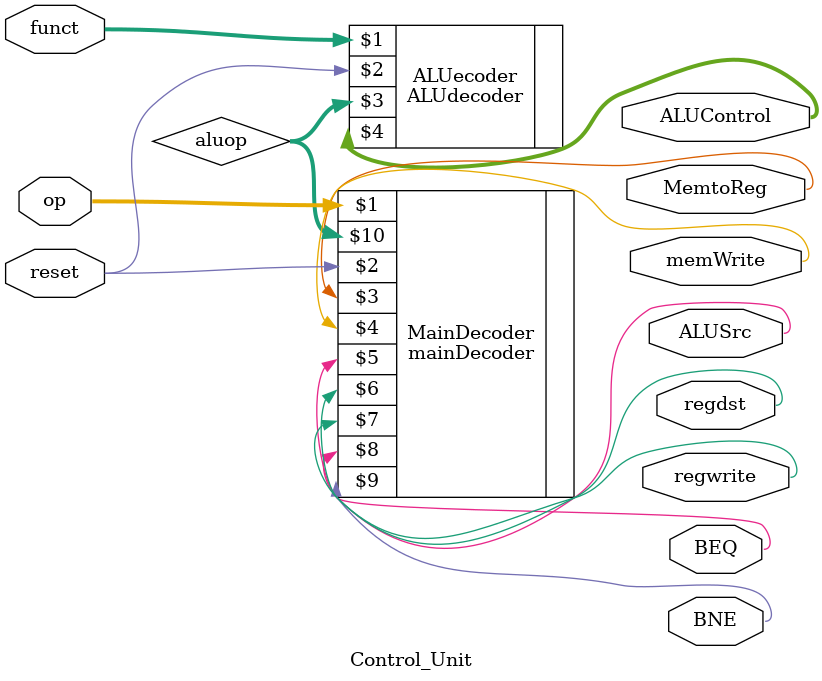
<source format=v>
`timescale 1ns / 1ps

module Control_Unit(

input [5:0] op,funct,    

input reset ,

output  memWrite , regwrite , regdst ,ALUSrc ,MemtoReg ,

output BEQ,BNE,

output [3:0] ALUControl 

);


wire [1:0]aluop ;


 
// THE MAIN DECODER
mainDecoder MainDecoder( op  , reset ,MemtoReg , memWrite , ALUSrc , regdst , regwrite , BEQ,BNE ,  aluop);

//THE ALU DECODER
ALUdecoder ALUecoder(funct  ,reset,aluop , ALUControl);



endmodule

</source>
